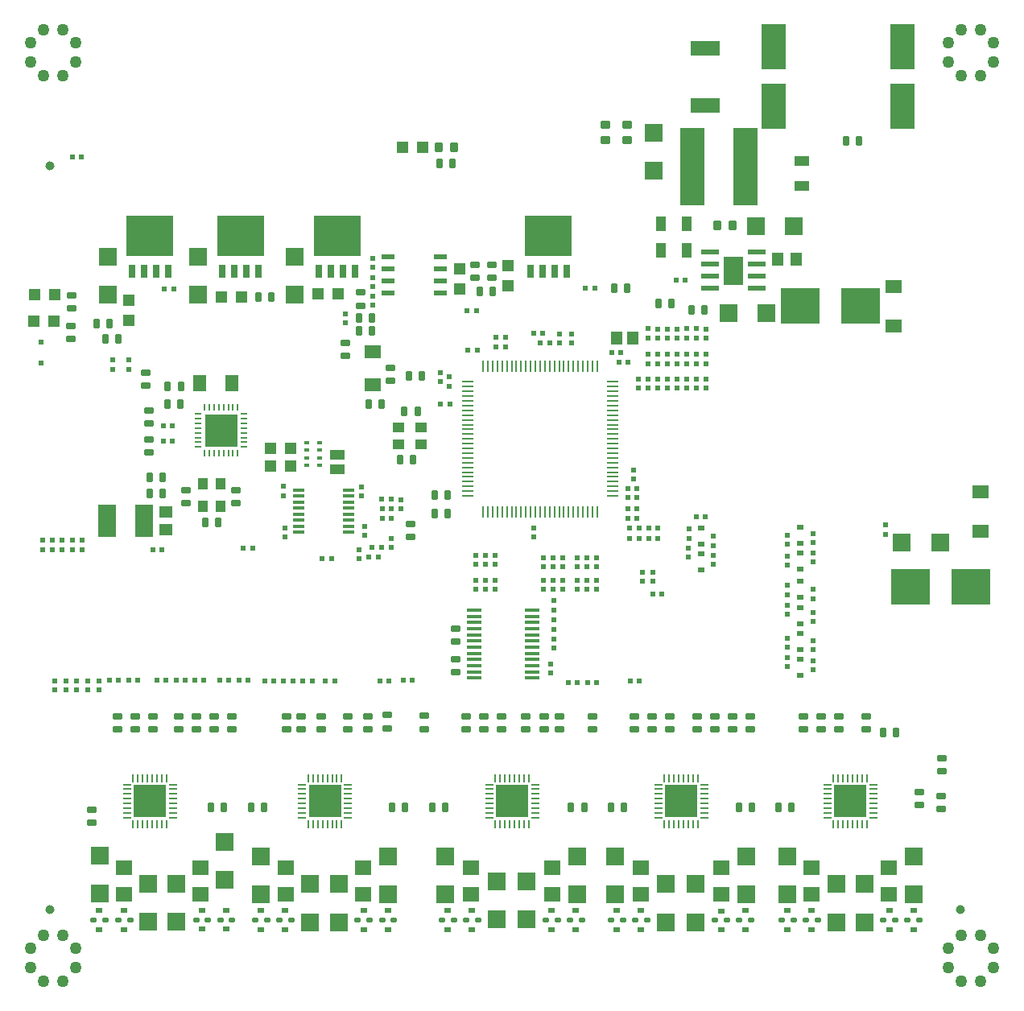
<source format=gtp>
G04 Layer_Color=8421504*
%FSLAX25Y25*%
%MOIN*%
G70*
G01*
G75*
%ADD95C,0.05000*%
%ADD159R,0.09842X0.18701*%
G04:AMPARAMS|DCode=160|XSize=19.65mil|YSize=21.62mil|CornerRadius=3.33mil|HoleSize=0mil|Usage=FLASHONLY|Rotation=0.000|XOffset=0mil|YOffset=0mil|HoleType=Round|Shape=RoundedRectangle|*
%AMROUNDEDRECTD160*
21,1,0.01965,0.01496,0,0,0.0*
21,1,0.01299,0.02162,0,0,0.0*
1,1,0.00666,0.00649,-0.00748*
1,1,0.00666,-0.00649,-0.00748*
1,1,0.00666,-0.00649,0.00748*
1,1,0.00666,0.00649,0.00748*
%
%ADD160ROUNDEDRECTD160*%
G04:AMPARAMS|DCode=161|XSize=27.13mil|YSize=37.37mil|CornerRadius=4.83mil|HoleSize=0mil|Usage=FLASHONLY|Rotation=90.000|XOffset=0mil|YOffset=0mil|HoleType=Round|Shape=RoundedRectangle|*
%AMROUNDEDRECTD161*
21,1,0.02713,0.02772,0,0,90.0*
21,1,0.01748,0.03737,0,0,90.0*
1,1,0.00965,0.01386,0.00874*
1,1,0.00965,0.01386,-0.00874*
1,1,0.00965,-0.01386,-0.00874*
1,1,0.00965,-0.01386,0.00874*
%
%ADD161ROUNDEDRECTD161*%
G04:AMPARAMS|DCode=162|XSize=27.13mil|YSize=37.37mil|CornerRadius=4.83mil|HoleSize=0mil|Usage=FLASHONLY|Rotation=180.000|XOffset=0mil|YOffset=0mil|HoleType=Round|Shape=RoundedRectangle|*
%AMROUNDEDRECTD162*
21,1,0.02713,0.02772,0,0,180.0*
21,1,0.01748,0.03737,0,0,180.0*
1,1,0.00965,-0.00874,0.01386*
1,1,0.00965,0.00874,0.01386*
1,1,0.00965,0.00874,-0.01386*
1,1,0.00965,-0.00874,-0.01386*
%
%ADD162ROUNDEDRECTD162*%
G04:AMPARAMS|DCode=163|XSize=19.26mil|YSize=21.62mil|CornerRadius=3.25mil|HoleSize=0mil|Usage=FLASHONLY|Rotation=90.000|XOffset=0mil|YOffset=0mil|HoleType=Round|Shape=RoundedRectangle|*
%AMROUNDEDRECTD163*
21,1,0.01926,0.01512,0,0,90.0*
21,1,0.01276,0.02162,0,0,90.0*
1,1,0.00650,0.00756,0.00638*
1,1,0.00650,0.00756,-0.00638*
1,1,0.00650,-0.00756,-0.00638*
1,1,0.00650,-0.00756,0.00638*
%
%ADD163ROUNDEDRECTD163*%
G04:AMPARAMS|DCode=164|XSize=19.26mil|YSize=21.62mil|CornerRadius=3.25mil|HoleSize=0mil|Usage=FLASHONLY|Rotation=180.000|XOffset=0mil|YOffset=0mil|HoleType=Round|Shape=RoundedRectangle|*
%AMROUNDEDRECTD164*
21,1,0.01926,0.01512,0,0,180.0*
21,1,0.01276,0.02162,0,0,180.0*
1,1,0.00650,-0.00638,0.00756*
1,1,0.00650,0.00638,0.00756*
1,1,0.00650,0.00638,-0.00756*
1,1,0.00650,-0.00638,-0.00756*
%
%ADD164ROUNDEDRECTD164*%
%ADD165R,0.05800X0.02200*%
G04:AMPARAMS|DCode=166|XSize=21.62mil|YSize=23.59mil|CornerRadius=4.91mil|HoleSize=0mil|Usage=FLASHONLY|Rotation=270.000|XOffset=0mil|YOffset=0mil|HoleType=Round|Shape=RoundedRectangle|*
%AMROUNDEDRECTD166*
21,1,0.02162,0.01378,0,0,270.0*
21,1,0.01181,0.02359,0,0,270.0*
1,1,0.00981,-0.00689,-0.00591*
1,1,0.00981,-0.00689,0.00591*
1,1,0.00981,0.00689,0.00591*
1,1,0.00981,0.00689,-0.00591*
%
%ADD166ROUNDEDRECTD166*%
G04:AMPARAMS|DCode=167|XSize=21.62mil|YSize=29.5mil|CornerRadius=4.91mil|HoleSize=0mil|Usage=FLASHONLY|Rotation=270.000|XOffset=0mil|YOffset=0mil|HoleType=Round|Shape=RoundedRectangle|*
%AMROUNDEDRECTD167*
21,1,0.02162,0.01969,0,0,270.0*
21,1,0.01181,0.02950,0,0,270.0*
1,1,0.00981,-0.00985,-0.00591*
1,1,0.00981,-0.00985,0.00591*
1,1,0.00981,0.00985,0.00591*
1,1,0.00981,0.00985,-0.00591*
%
%ADD167ROUNDEDRECTD167*%
%ADD168O,0.03343X0.00902*%
%ADD169O,0.00902X0.03343*%
%ADD170R,0.13186X0.13186*%
%ADD171R,0.10036X0.32083*%
%ADD172R,0.06493X0.04131*%
%ADD173R,0.04131X0.06493*%
G04:AMPARAMS|DCode=174|XSize=19.65mil|YSize=21.62mil|CornerRadius=3.33mil|HoleSize=0mil|Usage=FLASHONLY|Rotation=90.000|XOffset=0mil|YOffset=0mil|HoleType=Round|Shape=RoundedRectangle|*
%AMROUNDEDRECTD174*
21,1,0.01965,0.01496,0,0,90.0*
21,1,0.01299,0.02162,0,0,90.0*
1,1,0.00666,0.00748,0.00649*
1,1,0.00666,0.00748,-0.00649*
1,1,0.00666,-0.00748,-0.00649*
1,1,0.00666,-0.00748,0.00649*
%
%ADD174ROUNDEDRECTD174*%
G04:AMPARAMS|DCode=175|XSize=9.02mil|YSize=29.5mil|CornerRadius=3.41mil|HoleSize=0mil|Usage=FLASHONLY|Rotation=180.000|XOffset=0mil|YOffset=0mil|HoleType=Round|Shape=RoundedRectangle|*
%AMROUNDEDRECTD175*
21,1,0.00902,0.02268,0,0,180.0*
21,1,0.00220,0.02950,0,0,180.0*
1,1,0.00682,-0.00110,0.01134*
1,1,0.00682,0.00110,0.01134*
1,1,0.00682,0.00110,-0.01134*
1,1,0.00682,-0.00110,-0.01134*
%
%ADD175ROUNDEDRECTD175*%
G04:AMPARAMS|DCode=176|XSize=9.02mil|YSize=29.5mil|CornerRadius=3.41mil|HoleSize=0mil|Usage=FLASHONLY|Rotation=270.000|XOffset=0mil|YOffset=0mil|HoleType=Round|Shape=RoundedRectangle|*
%AMROUNDEDRECTD176*
21,1,0.00902,0.02268,0,0,270.0*
21,1,0.00220,0.02950,0,0,270.0*
1,1,0.00682,-0.01134,-0.00110*
1,1,0.00682,-0.01134,0.00110*
1,1,0.00682,0.01134,0.00110*
1,1,0.00682,0.01134,-0.00110*
%
%ADD176ROUNDEDRECTD176*%
%ADD177R,0.13442X0.13442*%
%ADD178R,0.07280X0.13186*%
%ADD179R,0.02359X0.01769*%
%ADD180R,0.06887X0.05312*%
%ADD181R,0.06898X0.06099*%
%ADD182R,0.16493X0.14800*%
%ADD183R,0.04918X0.03934*%
%ADD184R,0.12398X0.06099*%
%ADD185R,0.04524X0.04524*%
%ADD186R,0.04800X0.01300*%
%ADD187R,0.04918X0.05706*%
%ADD188R,0.08200X0.11600*%
%ADD189R,0.07600X0.02000*%
G04:AMPARAMS|DCode=190|XSize=31.46mil|YSize=41.31mil|CornerRadius=5.69mil|HoleSize=0mil|Usage=FLASHONLY|Rotation=0.000|XOffset=0mil|YOffset=0mil|HoleType=Round|Shape=RoundedRectangle|*
%AMROUNDEDRECTD190*
21,1,0.03146,0.02993,0,0,0.0*
21,1,0.02008,0.04131,0,0,0.0*
1,1,0.01138,0.01004,-0.01496*
1,1,0.01138,-0.01004,-0.01496*
1,1,0.01138,-0.01004,0.01496*
1,1,0.01138,0.01004,0.01496*
%
%ADD190ROUNDEDRECTD190*%
%ADD191R,0.02162X0.02162*%
G04:AMPARAMS|DCode=192|XSize=31.46mil|YSize=41.31mil|CornerRadius=5.69mil|HoleSize=0mil|Usage=FLASHONLY|Rotation=270.000|XOffset=0mil|YOffset=0mil|HoleType=Round|Shape=RoundedRectangle|*
%AMROUNDEDRECTD192*
21,1,0.03146,0.02993,0,0,270.0*
21,1,0.02008,0.04131,0,0,270.0*
1,1,0.01138,-0.01496,-0.01004*
1,1,0.01138,-0.01496,0.01004*
1,1,0.01138,0.01496,0.01004*
1,1,0.01138,0.01496,-0.01004*
%
%ADD192ROUNDEDRECTD192*%
%ADD193R,0.05706X0.04918*%
%ADD194R,0.04524X0.04524*%
%ADD195R,0.05312X0.06887*%
%ADD196R,0.03934X0.04918*%
G04:AMPARAMS|DCode=197|XSize=37.37mil|YSize=37.37mil|CornerRadius=18.69mil|HoleSize=0mil|Usage=FLASHONLY|Rotation=0.000|XOffset=0mil|YOffset=0mil|HoleType=Round|Shape=RoundedRectangle|*
%AMROUNDEDRECTD197*
21,1,0.03737,0.00000,0,0,0.0*
21,1,0.00000,0.03737,0,0,0.0*
1,1,0.03737,0.00000,0.00000*
1,1,0.03737,0.00000,0.00000*
1,1,0.03737,0.00000,0.00000*
1,1,0.03737,0.00000,0.00000*
%
%ADD197ROUNDEDRECTD197*%
%ADD198R,0.06237X0.01532*%
%ADD199R,0.06100X0.04400*%
%ADD200R,0.02950X0.02162*%
%ADD201O,0.00784X0.04918*%
%ADD202O,0.04918X0.00784*%
%ADD203R,0.06887X0.05233*%
%ADD204R,0.07700X0.07700*%
%ADD205R,0.07674X0.07674*%
%ADD206R,0.07700X0.07700*%
%ADD207R,0.07674X0.07674*%
%ADD208R,0.02600X0.05400*%
%ADD209R,0.19500X0.16800*%
G36*
X235500Y406338D02*
Y405827D01*
X233400D01*
Y406338D01*
X233800Y406693D01*
X235200D01*
X235500Y406338D01*
D02*
G37*
G36*
X238500Y405827D02*
X237200D01*
Y406299D01*
X237600Y406732D01*
X238500D01*
Y405827D01*
D02*
G37*
G36*
X231713Y406338D02*
Y405827D01*
X229587D01*
Y406338D01*
X229941Y406693D01*
X231358D01*
X231713Y406338D01*
D02*
G37*
G36*
X198500Y405827D02*
X197200D01*
Y406299D01*
X197600Y406732D01*
X198500D01*
Y405827D01*
D02*
G37*
G36*
X227972Y406299D02*
Y405827D01*
X226555D01*
Y406732D01*
X227539D01*
X227972Y406299D01*
D02*
G37*
G36*
X315472D02*
Y405827D01*
X314055D01*
Y406732D01*
X315039D01*
X315472Y406299D01*
D02*
G37*
G36*
X146496Y417206D02*
X145394D01*
Y422406D01*
X146496D01*
Y417206D01*
D02*
G37*
G36*
X164700D02*
X163700D01*
Y422406D01*
X164700D01*
Y417206D01*
D02*
G37*
G36*
X326000Y405827D02*
X324700D01*
Y406299D01*
X325100Y406732D01*
X326000D01*
Y405827D01*
D02*
G37*
G36*
X319213Y406338D02*
Y405827D01*
X317087D01*
Y406338D01*
X317441Y406693D01*
X318858D01*
X319213Y406338D01*
D02*
G37*
G36*
X323000D02*
Y405827D01*
X320900D01*
Y406338D01*
X321300Y406693D01*
X322700D01*
X323000Y406338D01*
D02*
G37*
G36*
X400500Y403750D02*
X399000D01*
X398707Y403721D01*
X398167Y403497D01*
X397753Y403083D01*
X397529Y402543D01*
X397500Y402250D01*
Y402051D01*
X397348Y401684D01*
X397066Y401402D01*
X396699Y401250D01*
X396301D01*
X395934Y401402D01*
X395652Y401684D01*
X395500Y402051D01*
Y402250D01*
X395471Y402543D01*
X395247Y403083D01*
X394833Y403497D01*
X394293Y403721D01*
X394000Y403750D01*
X392500D01*
Y405250D01*
X400500D01*
Y403750D01*
D02*
G37*
G36*
X150472Y406299D02*
Y405827D01*
X149055D01*
Y406732D01*
X150039D01*
X150472Y406299D01*
D02*
G37*
G36*
X400500Y398450D02*
X399900D01*
X399600Y398750D01*
X398200D01*
X397900Y399050D01*
Y400450D01*
X398200Y400750D01*
X399600D01*
X400000Y401150D01*
X400500D01*
Y398450D01*
D02*
G37*
G36*
X397066Y397798D02*
X397348Y397516D01*
X397500Y397149D01*
Y396950D01*
X397529Y396657D01*
X397753Y396117D01*
X398167Y395703D01*
X398707Y395479D01*
X399000Y395450D01*
X400500D01*
Y393950D01*
X392500D01*
Y395450D01*
X394000D01*
X394293Y395479D01*
X394833Y395703D01*
X395247Y396117D01*
X395471Y396657D01*
X395500Y396950D01*
Y397149D01*
X395652Y397516D01*
X395934Y397798D01*
X396301Y397950D01*
X396699D01*
X397066Y397798D01*
D02*
G37*
G36*
X393400Y400750D02*
X394800D01*
X395100Y400450D01*
Y399050D01*
X394800Y398750D01*
X393400D01*
X393000Y398350D01*
X392500D01*
Y401050D01*
X393100D01*
X393400Y400750D01*
D02*
G37*
G36*
X154213Y406338D02*
Y405827D01*
X152087D01*
Y406338D01*
X152441Y406693D01*
X153858D01*
X154213Y406338D01*
D02*
G37*
G36*
X191713D02*
Y405827D01*
X189587D01*
Y406338D01*
X189941Y406693D01*
X191358D01*
X191713Y406338D01*
D02*
G37*
G36*
X195500D02*
Y405827D01*
X193400D01*
Y406338D01*
X193800Y406693D01*
X195200D01*
X195500Y406338D01*
D02*
G37*
G36*
X187972Y406299D02*
Y405827D01*
X186555D01*
Y406732D01*
X187539D01*
X187972Y406299D01*
D02*
G37*
G36*
X158000Y406338D02*
Y405827D01*
X155900D01*
Y406338D01*
X156300Y406693D01*
X157700D01*
X158000Y406338D01*
D02*
G37*
G36*
X161000Y405827D02*
X159700D01*
Y406299D01*
X160100Y406732D01*
X161000D01*
Y405827D01*
D02*
G37*
G36*
X227933Y419906D02*
X227579Y419606D01*
X226083D01*
X225689Y420006D01*
Y422406D01*
X227933D01*
Y419906D01*
D02*
G37*
G36*
X231713D02*
X231358Y419606D01*
X229862D01*
X229468Y420006D01*
Y422406D01*
X231713D01*
Y419906D01*
D02*
G37*
G36*
X199200Y420006D02*
X198900Y419606D01*
X197400D01*
X197000Y420006D01*
Y422406D01*
X199200D01*
Y420006D01*
D02*
G37*
G36*
X191713Y419906D02*
X191358Y419606D01*
X189862D01*
X189469Y420006D01*
Y422406D01*
X191713D01*
Y419906D01*
D02*
G37*
G36*
X195500Y420006D02*
X195100Y419606D01*
X193700D01*
X193300Y420006D01*
Y422406D01*
X195500D01*
Y420006D01*
D02*
G37*
G36*
X235500D02*
X235100Y419606D01*
X233700D01*
X233300Y420006D01*
Y422406D01*
X235500D01*
Y420006D01*
D02*
G37*
G36*
X323000D02*
X322600Y419606D01*
X321200D01*
X320800Y420006D01*
Y422406D01*
X323000D01*
Y420006D01*
D02*
G37*
G36*
X326700D02*
X326400Y419606D01*
X324900D01*
X324500Y420006D01*
Y422406D01*
X326700D01*
Y420006D01*
D02*
G37*
G36*
X319213Y419906D02*
X318858Y419606D01*
X317362D01*
X316968Y420006D01*
Y422406D01*
X319213D01*
Y419906D01*
D02*
G37*
G36*
X239200Y420006D02*
X238900Y419606D01*
X237400D01*
X237000Y420006D01*
Y422406D01*
X239200D01*
Y420006D01*
D02*
G37*
G36*
X315433Y419906D02*
X315079Y419606D01*
X313583D01*
X313189Y420006D01*
Y422406D01*
X315433D01*
Y419906D01*
D02*
G37*
G36*
X242200Y417206D02*
X241200D01*
Y422406D01*
X242200D01*
Y417206D01*
D02*
G37*
G36*
X311496D02*
X310394D01*
Y422406D01*
X311496D01*
Y417206D01*
D02*
G37*
G36*
X223996D02*
X222894D01*
Y422406D01*
X223996D01*
Y417206D01*
D02*
G37*
G36*
X183996D02*
X182894D01*
Y422406D01*
X183996D01*
Y417206D01*
D02*
G37*
G36*
X202200D02*
X201200D01*
Y422406D01*
X202200D01*
Y417206D01*
D02*
G37*
G36*
X329700D02*
X328700D01*
Y422406D01*
X329700D01*
Y417206D01*
D02*
G37*
G36*
X161700Y420006D02*
X161400Y419606D01*
X159900D01*
X159500Y420006D01*
Y422406D01*
X161700D01*
Y420006D01*
D02*
G37*
G36*
X187933Y419906D02*
X187579Y419606D01*
X186083D01*
X185689Y420006D01*
Y422406D01*
X187933D01*
Y419906D01*
D02*
G37*
G36*
X158000Y420006D02*
X157600Y419606D01*
X156200D01*
X155800Y420006D01*
Y422406D01*
X158000D01*
Y420006D01*
D02*
G37*
G36*
X150433Y419906D02*
X150079Y419606D01*
X148583D01*
X148189Y420006D01*
Y422406D01*
X150433D01*
Y419906D01*
D02*
G37*
G36*
X154213D02*
X153858Y419606D01*
X152362D01*
X151969Y420006D01*
Y422406D01*
X154213D01*
Y419906D01*
D02*
G37*
G54D95*
X118937Y105551D02*
D03*
X111063D02*
D03*
X105551Y111063D02*
D03*
Y118937D02*
D03*
X111063Y124449D02*
D03*
X118937D02*
D03*
X124449Y118937D02*
D03*
Y111063D02*
D03*
X498937Y105551D02*
D03*
X491063D02*
D03*
X485551Y111063D02*
D03*
Y118937D02*
D03*
X491063Y124449D02*
D03*
X498937D02*
D03*
X504449Y118937D02*
D03*
Y111063D02*
D03*
X498937Y480551D02*
D03*
X491063D02*
D03*
X485551Y486063D02*
D03*
Y493937D02*
D03*
X491063Y499449D02*
D03*
X498937D02*
D03*
X504449Y493937D02*
D03*
Y486063D02*
D03*
X118937Y480551D02*
D03*
X111063D02*
D03*
X105551Y486063D02*
D03*
Y493937D02*
D03*
X111063Y499449D02*
D03*
X118937D02*
D03*
X124449Y493937D02*
D03*
Y486063D02*
D03*
G54D159*
X466575Y467697D02*
D03*
X413425D02*
D03*
Y492304D02*
D03*
X466575D02*
D03*
G54D160*
X259930Y230100D02*
D03*
X263670D02*
D03*
X250330Y229800D02*
D03*
X254070D02*
D03*
X372880Y395750D02*
D03*
X376620D02*
D03*
X346130Y365800D02*
D03*
X349870D02*
D03*
X352870Y361800D02*
D03*
X349130D02*
D03*
X320470Y369700D02*
D03*
X316730D02*
D03*
X279170Y344300D02*
D03*
X275430D02*
D03*
X123030Y446600D02*
D03*
X126770D02*
D03*
X286430Y383200D02*
D03*
X290170D02*
D03*
X251130Y301100D02*
D03*
X254870D02*
D03*
X230170Y280400D02*
D03*
X226430D02*
D03*
X254870Y297000D02*
D03*
X251130D02*
D03*
X197470Y284600D02*
D03*
X193730D02*
D03*
X159970Y284100D02*
D03*
X156230D02*
D03*
X231470Y229900D02*
D03*
X227730D02*
D03*
X222170D02*
D03*
X218430D02*
D03*
X202630D02*
D03*
X206370D02*
D03*
X187670Y230100D02*
D03*
X183930D02*
D03*
X177370D02*
D03*
X173630D02*
D03*
X157830D02*
D03*
X161570D02*
D03*
X141970D02*
D03*
X138230D02*
D03*
X340070Y229200D02*
D03*
X336330D02*
D03*
X353930Y229700D02*
D03*
X357670D02*
D03*
X363130Y265800D02*
D03*
X366870D02*
D03*
X365270Y288900D02*
D03*
X361530D02*
D03*
X353730D02*
D03*
X357470D02*
D03*
X356670Y297000D02*
D03*
X352930D02*
D03*
Y305600D02*
D03*
X356670D02*
D03*
X384870Y297600D02*
D03*
X381130D02*
D03*
G54D161*
X153400Y352123D02*
D03*
Y357477D02*
D03*
X130800Y171198D02*
D03*
Y176552D02*
D03*
X262800Y289523D02*
D03*
Y294877D02*
D03*
X289500Y396823D02*
D03*
Y402177D02*
D03*
X425744Y215177D02*
D03*
Y209823D02*
D03*
X355744Y215177D02*
D03*
Y209823D02*
D03*
X285876Y215177D02*
D03*
Y209823D02*
D03*
X211713Y215177D02*
D03*
Y209823D02*
D03*
X141606Y215177D02*
D03*
Y209823D02*
D03*
X149000Y215177D02*
D03*
Y209823D02*
D03*
X217700Y215177D02*
D03*
Y209823D02*
D03*
X293250Y215177D02*
D03*
Y209823D02*
D03*
X363000Y215177D02*
D03*
Y209823D02*
D03*
X433000Y215177D02*
D03*
Y209823D02*
D03*
X482750Y176823D02*
D03*
Y182177D02*
D03*
X403486Y209823D02*
D03*
Y215177D02*
D03*
X338148Y209823D02*
D03*
Y215177D02*
D03*
X188892Y209823D02*
D03*
Y215177D02*
D03*
X268634Y209892D02*
D03*
Y215246D02*
D03*
X296500Y402177D02*
D03*
Y396823D02*
D03*
X242300Y385223D02*
D03*
Y390577D02*
D03*
X236000Y364323D02*
D03*
Y369677D02*
D03*
X122305Y376671D02*
D03*
Y371317D02*
D03*
X122500Y389427D02*
D03*
Y384073D02*
D03*
X281750Y251389D02*
D03*
Y246035D02*
D03*
X281700Y233323D02*
D03*
Y238677D02*
D03*
X440250Y209823D02*
D03*
Y215177D02*
D03*
X451500Y209823D02*
D03*
Y215177D02*
D03*
X473600Y183661D02*
D03*
Y178307D02*
D03*
X482875Y197677D02*
D03*
Y192323D02*
D03*
X370250Y209823D02*
D03*
Y215177D02*
D03*
X381713Y209823D02*
D03*
Y215177D02*
D03*
X396225D02*
D03*
Y209823D02*
D03*
X388900D02*
D03*
Y215177D02*
D03*
X300625Y209823D02*
D03*
Y215177D02*
D03*
X310500Y209823D02*
D03*
Y215177D02*
D03*
X324750D02*
D03*
Y209823D02*
D03*
X318125Y215177D02*
D03*
Y209823D02*
D03*
X225900D02*
D03*
Y215177D02*
D03*
X237000Y209823D02*
D03*
Y215177D02*
D03*
X253200Y215577D02*
D03*
Y210223D02*
D03*
X245300Y209823D02*
D03*
Y215177D02*
D03*
X156250Y209823D02*
D03*
Y215177D02*
D03*
X167000Y209823D02*
D03*
Y215177D02*
D03*
X181625D02*
D03*
Y209823D02*
D03*
X174250D02*
D03*
Y215177D02*
D03*
X190500Y303323D02*
D03*
Y308677D02*
D03*
X170000Y303323D02*
D03*
Y308677D02*
D03*
X154500Y336323D02*
D03*
Y341677D02*
D03*
Y329677D02*
D03*
Y324323D02*
D03*
X254750Y354073D02*
D03*
Y359427D02*
D03*
G54D162*
X241523Y380200D02*
D03*
X246877D02*
D03*
X415198Y177500D02*
D03*
X420552D02*
D03*
X443323Y453500D02*
D03*
X448677D02*
D03*
X365573Y386000D02*
D03*
X370927D02*
D03*
X384677Y383500D02*
D03*
X379323D02*
D03*
X345948Y177500D02*
D03*
X351302D02*
D03*
X271948D02*
D03*
X277302D02*
D03*
X196948D02*
D03*
X202302D02*
D03*
X352677Y392500D02*
D03*
X347323D02*
D03*
X280427Y444000D02*
D03*
X275073D02*
D03*
X296877Y391200D02*
D03*
X291523D02*
D03*
X205177Y388750D02*
D03*
X199823D02*
D03*
X162448Y351875D02*
D03*
X167802D02*
D03*
X262123Y356100D02*
D03*
X267477D02*
D03*
X278177Y299100D02*
D03*
X272823D02*
D03*
X141927Y371250D02*
D03*
X136573D02*
D03*
X246977Y374700D02*
D03*
X241623D02*
D03*
X133073Y377875D02*
D03*
X138427D02*
D03*
X260448Y341500D02*
D03*
X265802D02*
D03*
X264052Y321250D02*
D03*
X258698D02*
D03*
X458523Y208250D02*
D03*
X463877D02*
D03*
X404302Y177500D02*
D03*
X398948D02*
D03*
X334802D02*
D03*
X329448D02*
D03*
X260552D02*
D03*
X255198D02*
D03*
X185552D02*
D03*
X180198D02*
D03*
X177823Y295250D02*
D03*
X183177D02*
D03*
X162323Y344250D02*
D03*
X167677D02*
D03*
X245573Y344500D02*
D03*
X250927D02*
D03*
X155073Y307250D02*
D03*
X160427D02*
D03*
X155073Y314000D02*
D03*
X160427D02*
D03*
X278177Y306833D02*
D03*
X272823D02*
D03*
G54D163*
X275200Y357490D02*
D03*
Y353710D02*
D03*
X279000Y355590D02*
D03*
Y351810D02*
D03*
X247400Y385310D02*
D03*
Y389090D02*
D03*
Y400910D02*
D03*
Y404690D02*
D03*
Y393110D02*
D03*
Y396890D02*
D03*
X236000Y378110D02*
D03*
Y381890D02*
D03*
X139500Y358860D02*
D03*
Y362640D02*
D03*
X329700Y373390D02*
D03*
Y369610D02*
D03*
X324500Y373490D02*
D03*
Y369710D02*
D03*
X298400Y371990D02*
D03*
Y368210D02*
D03*
X302400Y371990D02*
D03*
Y368210D02*
D03*
X259000Y301110D02*
D03*
Y304890D02*
D03*
X122800Y284210D02*
D03*
Y287990D02*
D03*
X118700D02*
D03*
Y284210D02*
D03*
X129300Y225910D02*
D03*
Y229690D02*
D03*
X120200Y225910D02*
D03*
Y229690D02*
D03*
X294100Y277910D02*
D03*
Y281690D02*
D03*
Y267710D02*
D03*
Y271490D02*
D03*
X321900Y277010D02*
D03*
Y280790D02*
D03*
Y267710D02*
D03*
Y271490D02*
D03*
X336000Y280790D02*
D03*
Y277010D02*
D03*
Y271490D02*
D03*
Y267710D02*
D03*
X322300Y251210D02*
D03*
Y254990D02*
D03*
X359000Y271010D02*
D03*
Y274790D02*
D03*
X357300Y354690D02*
D03*
Y350910D02*
D03*
X365300Y354690D02*
D03*
Y350910D02*
D03*
X373300D02*
D03*
Y354690D02*
D03*
X381300Y350910D02*
D03*
Y354690D02*
D03*
X373200Y364990D02*
D03*
Y361210D02*
D03*
X381200Y364990D02*
D03*
Y361210D02*
D03*
X361200Y375590D02*
D03*
Y371810D02*
D03*
X377200D02*
D03*
Y375590D02*
D03*
X381200D02*
D03*
Y371810D02*
D03*
X429600Y246390D02*
D03*
Y242610D02*
D03*
Y234410D02*
D03*
Y238190D02*
D03*
X419100Y243710D02*
D03*
Y247490D02*
D03*
Y265510D02*
D03*
Y269290D02*
D03*
X429700Y267590D02*
D03*
Y263810D02*
D03*
X429600Y254410D02*
D03*
Y258190D02*
D03*
X419100Y286410D02*
D03*
Y290190D02*
D03*
X429600Y290790D02*
D03*
Y287010D02*
D03*
Y278910D02*
D03*
Y282690D02*
D03*
X378400Y292590D02*
D03*
Y288810D02*
D03*
X388200Y289590D02*
D03*
Y285810D02*
D03*
Y277910D02*
D03*
Y281690D02*
D03*
G54D164*
X339140Y392500D02*
D03*
X335360D02*
D03*
X164890Y392000D02*
D03*
X161110D02*
D03*
X164390Y335375D02*
D03*
X160610D02*
D03*
X164390Y329125D02*
D03*
X160610D02*
D03*
X317590Y373700D02*
D03*
X313810D02*
D03*
X286710Y366700D02*
D03*
X290490D02*
D03*
X254890Y305200D02*
D03*
X251110D02*
D03*
X250790Y285100D02*
D03*
X247010D02*
D03*
X245710Y281000D02*
D03*
X249490D02*
D03*
X210410Y229900D02*
D03*
X214190D02*
D03*
X191910Y230100D02*
D03*
X195690D02*
D03*
X165810D02*
D03*
X169590D02*
D03*
X146210D02*
D03*
X149990D02*
D03*
X332090Y229200D02*
D03*
X328310D02*
D03*
X365290Y293000D02*
D03*
X361510D02*
D03*
X357490D02*
D03*
X353710D02*
D03*
X356690Y301000D02*
D03*
X352910D02*
D03*
X356690Y309400D02*
D03*
X352910D02*
D03*
G54D165*
X253673Y400500D02*
D03*
X275400D02*
D03*
X253673Y405500D02*
D03*
Y395500D02*
D03*
Y390500D02*
D03*
X275400Y405500D02*
D03*
Y395500D02*
D03*
Y390500D02*
D03*
G54D166*
X189061Y130900D02*
D03*
X184139D02*
D03*
X174139D02*
D03*
X179061D02*
D03*
X146861Y130800D02*
D03*
X141939D02*
D03*
X131639D02*
D03*
X136561D02*
D03*
X256061Y130700D02*
D03*
X251139D02*
D03*
X241039Y130800D02*
D03*
X245961D02*
D03*
X213461D02*
D03*
X208539D02*
D03*
X198539D02*
D03*
X203461D02*
D03*
X333861Y130700D02*
D03*
X328939D02*
D03*
X318939D02*
D03*
X323861D02*
D03*
X290861D02*
D03*
X285939D02*
D03*
X275939D02*
D03*
X280861D02*
D03*
X403961D02*
D03*
X399039D02*
D03*
X389039Y130600D02*
D03*
X393961D02*
D03*
X360861Y130700D02*
D03*
X355939D02*
D03*
X345939D02*
D03*
X350861D02*
D03*
X473661D02*
D03*
X468739D02*
D03*
X458739D02*
D03*
X463661D02*
D03*
X431461D02*
D03*
X426539D02*
D03*
X416539D02*
D03*
X421461D02*
D03*
G54D167*
X186600Y126963D02*
D03*
Y134837D02*
D03*
X176600D02*
D03*
Y126963D02*
D03*
X144400Y126863D02*
D03*
Y134737D02*
D03*
X134100D02*
D03*
Y126863D02*
D03*
X253600Y126763D02*
D03*
Y134637D02*
D03*
X243500Y134737D02*
D03*
Y126863D02*
D03*
X211000D02*
D03*
Y134737D02*
D03*
X201000D02*
D03*
Y126863D02*
D03*
X331400Y126763D02*
D03*
Y134637D02*
D03*
X321400D02*
D03*
Y126763D02*
D03*
X288400D02*
D03*
Y134637D02*
D03*
X278400D02*
D03*
Y126763D02*
D03*
X401500D02*
D03*
Y134637D02*
D03*
X391500Y134537D02*
D03*
Y126663D02*
D03*
X358400Y126763D02*
D03*
Y134637D02*
D03*
X348400D02*
D03*
Y126763D02*
D03*
X471200D02*
D03*
Y134637D02*
D03*
X461200D02*
D03*
Y126763D02*
D03*
X429000D02*
D03*
Y134637D02*
D03*
X419000D02*
D03*
Y126763D02*
D03*
G54D168*
X164469Y173110D02*
D03*
Y175079D02*
D03*
Y177047D02*
D03*
Y179016D02*
D03*
Y180984D02*
D03*
Y182953D02*
D03*
Y184921D02*
D03*
Y186890D02*
D03*
X145531D02*
D03*
Y184921D02*
D03*
Y182953D02*
D03*
Y180984D02*
D03*
Y179016D02*
D03*
Y177047D02*
D03*
Y175079D02*
D03*
Y173110D02*
D03*
X218032D02*
D03*
Y175079D02*
D03*
Y177047D02*
D03*
Y179016D02*
D03*
Y180984D02*
D03*
Y182953D02*
D03*
Y184921D02*
D03*
Y186890D02*
D03*
X236968D02*
D03*
Y184921D02*
D03*
Y182953D02*
D03*
Y180984D02*
D03*
Y179016D02*
D03*
Y177047D02*
D03*
Y175079D02*
D03*
Y173110D02*
D03*
X314469D02*
D03*
Y175079D02*
D03*
Y177047D02*
D03*
Y179016D02*
D03*
Y180984D02*
D03*
Y182953D02*
D03*
Y184921D02*
D03*
Y186890D02*
D03*
X295532D02*
D03*
Y184921D02*
D03*
Y182953D02*
D03*
Y180984D02*
D03*
Y179016D02*
D03*
Y177047D02*
D03*
Y175079D02*
D03*
Y173110D02*
D03*
X365531D02*
D03*
Y175079D02*
D03*
Y177047D02*
D03*
Y179016D02*
D03*
Y180984D02*
D03*
Y182953D02*
D03*
Y184921D02*
D03*
Y186890D02*
D03*
X384469D02*
D03*
Y184921D02*
D03*
Y182953D02*
D03*
Y180984D02*
D03*
Y179016D02*
D03*
Y177047D02*
D03*
Y175079D02*
D03*
Y173110D02*
D03*
X454468D02*
D03*
Y175079D02*
D03*
Y177047D02*
D03*
Y179016D02*
D03*
Y180984D02*
D03*
Y182953D02*
D03*
Y184921D02*
D03*
Y186890D02*
D03*
X435532D02*
D03*
Y184921D02*
D03*
Y182953D02*
D03*
Y180984D02*
D03*
Y179016D02*
D03*
Y177047D02*
D03*
Y175079D02*
D03*
Y173110D02*
D03*
G54D169*
X161890Y189469D02*
D03*
X159921D02*
D03*
X157953D02*
D03*
X155984D02*
D03*
X154016D02*
D03*
X152047D02*
D03*
X150079D02*
D03*
X148110D02*
D03*
Y170531D02*
D03*
X150079D02*
D03*
X152047D02*
D03*
X154016D02*
D03*
X155984D02*
D03*
X157953D02*
D03*
X159921D02*
D03*
X161890D02*
D03*
X234390D02*
D03*
X232421D02*
D03*
X230453D02*
D03*
X228484D02*
D03*
X226516D02*
D03*
X224547D02*
D03*
X222579D02*
D03*
X220610D02*
D03*
Y189469D02*
D03*
X222579D02*
D03*
X224547D02*
D03*
X226516D02*
D03*
X228484D02*
D03*
X230453D02*
D03*
X232421D02*
D03*
X234390D02*
D03*
X311890D02*
D03*
X309921D02*
D03*
X307953D02*
D03*
X305984D02*
D03*
X304016D02*
D03*
X302047D02*
D03*
X300079D02*
D03*
X298110D02*
D03*
Y170531D02*
D03*
X300079D02*
D03*
X302047D02*
D03*
X304016D02*
D03*
X305984D02*
D03*
X307953D02*
D03*
X309921D02*
D03*
X311890D02*
D03*
X381890D02*
D03*
X379921D02*
D03*
X377953D02*
D03*
X375984D02*
D03*
X374016D02*
D03*
X372047D02*
D03*
X370079D02*
D03*
X368110D02*
D03*
Y189469D02*
D03*
X370079D02*
D03*
X372047D02*
D03*
X374016D02*
D03*
X375984D02*
D03*
X377953D02*
D03*
X379921D02*
D03*
X381890D02*
D03*
X451890D02*
D03*
X449921D02*
D03*
X447953D02*
D03*
X445984D02*
D03*
X444016D02*
D03*
X442047D02*
D03*
X440079D02*
D03*
X438110D02*
D03*
Y170531D02*
D03*
X440079D02*
D03*
X442047D02*
D03*
X444016D02*
D03*
X445984D02*
D03*
X447953D02*
D03*
X449921D02*
D03*
X451890D02*
D03*
G54D170*
X155000Y180000D02*
D03*
X227500D02*
D03*
X305000D02*
D03*
X375000D02*
D03*
X445000D02*
D03*
G54D171*
X401524Y442750D02*
D03*
X379476D02*
D03*
G54D172*
X425000Y445217D02*
D03*
Y434784D02*
D03*
G54D173*
X366783Y419000D02*
D03*
X377217D02*
D03*
X366783Y408000D02*
D03*
X377217D02*
D03*
G54D174*
X355300Y313430D02*
D03*
Y317170D02*
D03*
X314000Y293100D02*
D03*
Y289360D02*
D03*
X243800Y293670D02*
D03*
Y289930D02*
D03*
X242600Y306330D02*
D03*
Y310070D02*
D03*
X211000Y289430D02*
D03*
Y293170D02*
D03*
X210200Y306530D02*
D03*
Y310270D02*
D03*
X146250Y362620D02*
D03*
Y358880D02*
D03*
X254900Y285030D02*
D03*
Y288770D02*
D03*
X241500Y280430D02*
D03*
Y284170D02*
D03*
X127000Y287970D02*
D03*
Y284230D02*
D03*
X114600D02*
D03*
Y287970D02*
D03*
X110500D02*
D03*
Y284230D02*
D03*
X133800Y225930D02*
D03*
Y229670D02*
D03*
X124700D02*
D03*
Y225930D02*
D03*
X115700Y229670D02*
D03*
Y225930D02*
D03*
X290100Y271470D02*
D03*
Y267730D02*
D03*
X298100Y271470D02*
D03*
Y267730D02*
D03*
Y281670D02*
D03*
Y277930D02*
D03*
X290100Y281670D02*
D03*
Y277930D02*
D03*
X317900Y280770D02*
D03*
Y277030D02*
D03*
Y271470D02*
D03*
Y267730D02*
D03*
X325900Y280770D02*
D03*
Y277030D02*
D03*
Y271470D02*
D03*
Y267730D02*
D03*
X332000Y280770D02*
D03*
Y277030D02*
D03*
X331900Y271460D02*
D03*
Y267720D02*
D03*
X340000Y280770D02*
D03*
Y277030D02*
D03*
X340100Y271460D02*
D03*
Y267720D02*
D03*
X322300Y259230D02*
D03*
Y262970D02*
D03*
Y243330D02*
D03*
Y247070D02*
D03*
X320900Y236770D02*
D03*
Y233030D02*
D03*
X363200Y271030D02*
D03*
Y274770D02*
D03*
X361300Y354670D02*
D03*
Y350930D02*
D03*
X369300D02*
D03*
Y354670D02*
D03*
X377300D02*
D03*
Y350930D02*
D03*
X385200Y354670D02*
D03*
Y350930D02*
D03*
X361200Y364970D02*
D03*
Y361230D02*
D03*
X365200D02*
D03*
Y364970D02*
D03*
X369200D02*
D03*
Y361230D02*
D03*
X377200Y364970D02*
D03*
Y361230D02*
D03*
X385200Y364970D02*
D03*
Y361230D02*
D03*
X365200Y371830D02*
D03*
Y375570D02*
D03*
X369200Y371830D02*
D03*
Y375570D02*
D03*
X373200Y371830D02*
D03*
Y375570D02*
D03*
X385200D02*
D03*
Y371830D02*
D03*
X459700Y294270D02*
D03*
Y290530D02*
D03*
X419100Y235830D02*
D03*
Y239570D02*
D03*
Y257430D02*
D03*
Y261170D02*
D03*
Y277830D02*
D03*
Y281570D02*
D03*
X378100Y280930D02*
D03*
Y284670D02*
D03*
G54D175*
X177610Y324051D02*
D03*
X179579D02*
D03*
X181547D02*
D03*
X183516D02*
D03*
X185484D02*
D03*
X187453D02*
D03*
X189421D02*
D03*
X191390D02*
D03*
Y342949D02*
D03*
X189421D02*
D03*
X187453D02*
D03*
X185484D02*
D03*
X183516D02*
D03*
X181547D02*
D03*
X179579D02*
D03*
X177610D02*
D03*
G54D176*
X193949Y326610D02*
D03*
Y328579D02*
D03*
Y330547D02*
D03*
Y332516D02*
D03*
Y334484D02*
D03*
Y336453D02*
D03*
Y338421D02*
D03*
Y340390D02*
D03*
X175051D02*
D03*
Y338421D02*
D03*
Y336453D02*
D03*
Y334484D02*
D03*
Y332516D02*
D03*
Y330547D02*
D03*
Y328579D02*
D03*
Y326610D02*
D03*
G54D177*
X184500Y333500D02*
D03*
G54D178*
X137217Y296125D02*
D03*
X152571D02*
D03*
G54D179*
X220093Y319026D02*
D03*
Y322175D02*
D03*
Y325325D02*
D03*
Y328474D02*
D03*
X225407D02*
D03*
Y325325D02*
D03*
Y322175D02*
D03*
Y319026D02*
D03*
G54D180*
X247250Y365943D02*
D03*
Y352557D02*
D03*
G54D181*
X429025Y152448D02*
D03*
Y141252D02*
D03*
X460975Y152448D02*
D03*
Y141252D02*
D03*
X358225Y152448D02*
D03*
Y141252D02*
D03*
X391775Y152448D02*
D03*
Y141252D02*
D03*
X287925Y152448D02*
D03*
Y141252D02*
D03*
X321625Y152448D02*
D03*
Y141252D02*
D03*
X211225Y152448D02*
D03*
Y141252D02*
D03*
X243375Y152448D02*
D03*
Y141252D02*
D03*
X144375Y152448D02*
D03*
Y141252D02*
D03*
X176075Y152448D02*
D03*
Y141252D02*
D03*
G54D182*
X469961Y268750D02*
D03*
X495039D02*
D03*
X424261Y385000D02*
D03*
X449339D02*
D03*
G54D183*
X258097Y334892D02*
D03*
X267153D02*
D03*
Y327608D02*
D03*
X258097D02*
D03*
G54D184*
X385000Y491811D02*
D03*
Y468189D02*
D03*
G54D185*
X283300Y400334D02*
D03*
Y392066D02*
D03*
X303250Y393366D02*
D03*
Y401634D02*
D03*
X146250Y379153D02*
D03*
Y387421D02*
D03*
G54D186*
X237236Y308750D02*
D03*
Y306250D02*
D03*
X216764Y291250D02*
D03*
X237236Y293750D02*
D03*
X216764D02*
D03*
Y298750D02*
D03*
X237236Y291250D02*
D03*
X216764Y296250D02*
D03*
X237236D02*
D03*
Y298750D02*
D03*
Y303750D02*
D03*
X216764Y301250D02*
D03*
Y303750D02*
D03*
Y308750D02*
D03*
X237236Y301250D02*
D03*
X216764Y306250D02*
D03*
G54D187*
X348154Y371600D02*
D03*
X354846D02*
D03*
X422490Y404500D02*
D03*
X415010D02*
D03*
G54D188*
X396500Y399550D02*
D03*
G54D189*
X406200Y407250D02*
D03*
Y402250D02*
D03*
Y397250D02*
D03*
Y392250D02*
D03*
X386800D02*
D03*
Y397250D02*
D03*
Y402250D02*
D03*
Y407250D02*
D03*
G54D190*
X396150Y418500D02*
D03*
X389850D02*
D03*
X274600Y450750D02*
D03*
X280900D02*
D03*
G54D191*
X110100Y361569D02*
D03*
Y370231D02*
D03*
G54D192*
X352750Y453850D02*
D03*
Y460150D02*
D03*
X343750Y453850D02*
D03*
Y460150D02*
D03*
G54D193*
X161625Y299865D02*
D03*
Y292385D02*
D03*
G54D194*
X267884Y450750D02*
D03*
X259616D02*
D03*
X232884Y390000D02*
D03*
X224616D02*
D03*
X192884Y388750D02*
D03*
X184616D02*
D03*
X115565Y389734D02*
D03*
X107297D02*
D03*
X213384Y326000D02*
D03*
X205116D02*
D03*
X213384Y318750D02*
D03*
X205116D02*
D03*
X115315Y378750D02*
D03*
X107047D02*
D03*
G54D195*
X175557Y353125D02*
D03*
X188943D02*
D03*
G54D196*
X184142Y311278D02*
D03*
Y302222D02*
D03*
X176858D02*
D03*
Y311278D02*
D03*
G54D197*
X490750Y135000D02*
D03*
X113750Y443000D02*
D03*
Y135000D02*
D03*
G54D198*
X313258Y259075D02*
D03*
Y256516D02*
D03*
Y253957D02*
D03*
Y251398D02*
D03*
Y248839D02*
D03*
Y246280D02*
D03*
Y243720D02*
D03*
Y241161D02*
D03*
Y238602D02*
D03*
Y236043D02*
D03*
Y233484D02*
D03*
Y230925D02*
D03*
X289242Y259075D02*
D03*
Y256516D02*
D03*
Y253957D02*
D03*
Y251398D02*
D03*
Y248839D02*
D03*
Y246280D02*
D03*
Y243720D02*
D03*
Y241161D02*
D03*
Y238602D02*
D03*
Y236043D02*
D03*
Y233484D02*
D03*
Y230925D02*
D03*
G54D199*
X232500Y323250D02*
D03*
Y317250D02*
D03*
G54D200*
X383200Y292946D02*
D03*
Y286253D02*
D03*
Y282375D02*
D03*
Y275682D02*
D03*
X424400Y271046D02*
D03*
Y264353D02*
D03*
X424300Y260232D02*
D03*
Y253539D02*
D03*
Y293361D02*
D03*
Y286668D02*
D03*
Y282789D02*
D03*
Y276096D02*
D03*
Y249318D02*
D03*
Y242625D02*
D03*
Y238747D02*
D03*
Y232053D02*
D03*
G54D201*
X340222Y360118D02*
D03*
X338253D02*
D03*
X336285D02*
D03*
X334316D02*
D03*
X332348D02*
D03*
X330380D02*
D03*
X328411D02*
D03*
X326443D02*
D03*
X324474D02*
D03*
X322505D02*
D03*
X320537D02*
D03*
X318568D02*
D03*
X316600D02*
D03*
X314632D02*
D03*
X312663D02*
D03*
X310695D02*
D03*
X308726D02*
D03*
X306757D02*
D03*
X304789D02*
D03*
X302820D02*
D03*
X300852D02*
D03*
X298884D02*
D03*
X296915D02*
D03*
X294947D02*
D03*
X292978D02*
D03*
Y299882D02*
D03*
X294947D02*
D03*
X296915D02*
D03*
X298884D02*
D03*
X300852D02*
D03*
X302820D02*
D03*
X304789D02*
D03*
X306757D02*
D03*
X308726D02*
D03*
X310695D02*
D03*
X312663D02*
D03*
X314632D02*
D03*
X316600D02*
D03*
X318568D02*
D03*
X320537D02*
D03*
X322505D02*
D03*
X324474D02*
D03*
X326443D02*
D03*
X328411D02*
D03*
X330380D02*
D03*
X332348D02*
D03*
X334316D02*
D03*
X336285D02*
D03*
X338253D02*
D03*
X340222D02*
D03*
G54D202*
X286482Y353622D02*
D03*
Y351654D02*
D03*
Y349685D02*
D03*
Y347716D02*
D03*
Y345748D02*
D03*
Y343779D02*
D03*
Y341811D02*
D03*
Y339843D02*
D03*
Y337874D02*
D03*
Y335906D02*
D03*
Y333937D02*
D03*
Y331968D02*
D03*
Y330000D02*
D03*
Y328031D02*
D03*
Y326063D02*
D03*
Y324095D02*
D03*
Y322126D02*
D03*
Y320158D02*
D03*
Y318189D02*
D03*
Y316220D02*
D03*
Y314252D02*
D03*
Y312283D02*
D03*
Y310315D02*
D03*
Y308347D02*
D03*
Y306378D02*
D03*
X346718D02*
D03*
Y308347D02*
D03*
Y310315D02*
D03*
Y312283D02*
D03*
Y314252D02*
D03*
Y316220D02*
D03*
Y318189D02*
D03*
Y320158D02*
D03*
Y322126D02*
D03*
Y324095D02*
D03*
Y326063D02*
D03*
Y328031D02*
D03*
Y330000D02*
D03*
Y331968D02*
D03*
Y333937D02*
D03*
Y335906D02*
D03*
Y337874D02*
D03*
Y339843D02*
D03*
Y341811D02*
D03*
Y343779D02*
D03*
Y345748D02*
D03*
Y347716D02*
D03*
Y349685D02*
D03*
Y351654D02*
D03*
Y353622D02*
D03*
G54D203*
X498900Y291790D02*
D03*
Y308010D02*
D03*
X463000Y376690D02*
D03*
Y392910D02*
D03*
G54D204*
X482200Y287100D02*
D03*
X466426D02*
D03*
X394600Y382000D02*
D03*
X410374D02*
D03*
G54D205*
X215000Y405374D02*
D03*
Y389626D02*
D03*
X175000Y405374D02*
D03*
Y389626D02*
D03*
X137500Y405374D02*
D03*
Y389626D02*
D03*
X363750Y441126D02*
D03*
Y456874D02*
D03*
G54D206*
X154400Y130000D02*
D03*
Y145774D02*
D03*
X134400Y141800D02*
D03*
Y157574D02*
D03*
X186100Y163200D02*
D03*
Y147426D02*
D03*
X166000Y130000D02*
D03*
Y145774D02*
D03*
X201000Y141400D02*
D03*
Y157174D02*
D03*
X221300Y129900D02*
D03*
Y145674D02*
D03*
X253500Y141400D02*
D03*
Y157174D02*
D03*
X233200Y129900D02*
D03*
Y145674D02*
D03*
X298600Y131000D02*
D03*
Y146774D02*
D03*
X277200Y141400D02*
D03*
Y157174D02*
D03*
X311100Y131000D02*
D03*
Y146774D02*
D03*
X332000Y141400D02*
D03*
Y157174D02*
D03*
X368700Y129900D02*
D03*
Y145674D02*
D03*
X347700Y141400D02*
D03*
Y157174D02*
D03*
X402100Y141400D02*
D03*
Y157174D02*
D03*
X381100Y129900D02*
D03*
Y145674D02*
D03*
X471200Y141400D02*
D03*
Y157174D02*
D03*
X451000Y129900D02*
D03*
Y145674D02*
D03*
X439200Y129900D02*
D03*
Y145674D02*
D03*
X418800Y141400D02*
D03*
Y157174D02*
D03*
G54D207*
X421624Y418000D02*
D03*
X405876D02*
D03*
G54D208*
X147500Y399567D02*
D03*
X152500D02*
D03*
X157500D02*
D03*
X162500D02*
D03*
X200000D02*
D03*
X195000D02*
D03*
X190000D02*
D03*
X185000D02*
D03*
X225000D02*
D03*
X230000D02*
D03*
X235000D02*
D03*
X240000D02*
D03*
X327500D02*
D03*
X322500D02*
D03*
X317500D02*
D03*
X312500D02*
D03*
G54D209*
X155000Y414006D02*
D03*
X192500D02*
D03*
X232500D02*
D03*
X320000D02*
D03*
M02*

</source>
